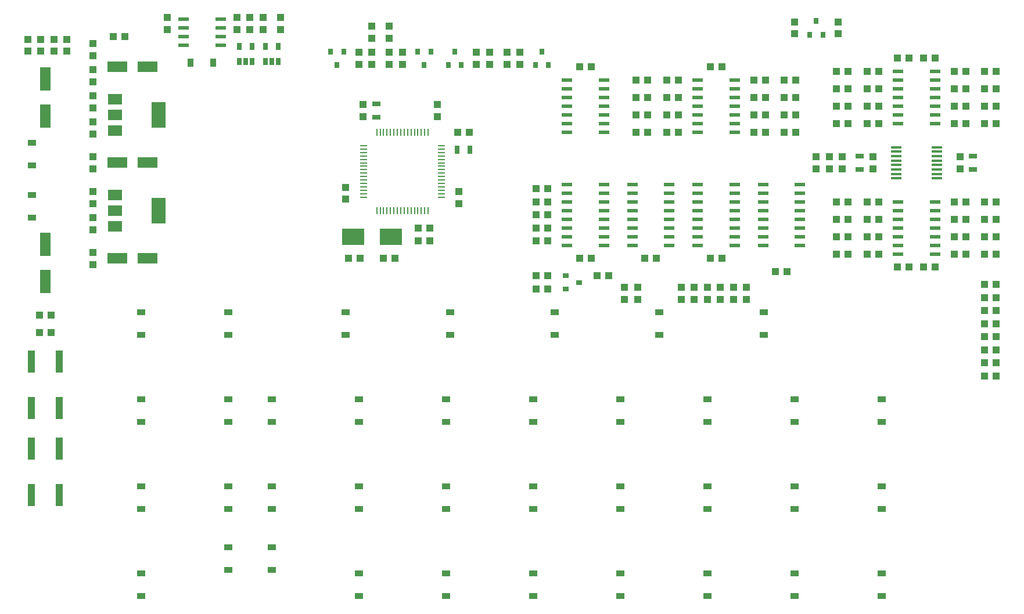
<source format=gtp>
G04 #@! TF.FileFunction,Paste,Top*
%FSLAX46Y46*%
G04 Gerber Fmt 4.6, Leading zero omitted, Abs format (unit mm)*
G04 Created by KiCad (PCBNEW 4.0.7) date 2019 January 06, Sunday 22:11:23*
%MOMM*%
%LPD*%
G01*
G04 APERTURE LIST*
%ADD10C,0.100000*%
%ADD11R,1.000000X1.000000*%
%ADD12R,0.800000X0.900000*%
%ADD13R,0.250000X1.000000*%
%ADD14R,1.000000X0.250000*%
%ADD15R,1.000000X3.200000*%
%ADD16R,1.500000X0.600000*%
%ADD17R,1.500000X0.450000*%
%ADD18R,3.000000X1.600000*%
%ADD19R,1.600000X3.500000*%
%ADD20R,2.000000X3.800000*%
%ADD21R,2.000000X1.500000*%
%ADD22R,0.650000X1.060000*%
%ADD23R,0.900000X0.800000*%
%ADD24R,1.550000X0.600000*%
%ADD25R,3.325000X2.400000*%
%ADD26R,1.300000X0.700000*%
%ADD27R,0.700000X1.300000*%
%ADD28R,1.200000X0.900000*%
%ADD29R,0.900000X1.200000*%
G04 APERTURE END LIST*
D10*
D11*
X165735000Y-93765000D03*
X165735000Y-95465000D03*
D12*
X152720000Y-61325000D03*
X154620000Y-61325000D03*
X153670000Y-59325000D03*
X137475000Y-59325000D03*
X135575000Y-59325000D03*
X136525000Y-61325000D03*
X140020000Y-61325000D03*
X141920000Y-61325000D03*
X140970000Y-59325000D03*
X124775000Y-59325000D03*
X122875000Y-59325000D03*
X123825000Y-61325000D03*
D13*
X129600000Y-82520000D03*
X130100000Y-82520000D03*
X130600000Y-82520000D03*
X131100000Y-82520000D03*
X131600000Y-82520000D03*
X132100000Y-82520000D03*
X132600000Y-82520000D03*
X133100000Y-82520000D03*
X133600000Y-82520000D03*
X134100000Y-82520000D03*
X134600000Y-82520000D03*
X135100000Y-82520000D03*
X135600000Y-82520000D03*
X136100000Y-82520000D03*
X136600000Y-82520000D03*
X137100000Y-82520000D03*
D14*
X139050000Y-80570000D03*
X139050000Y-80070000D03*
X139050000Y-79570000D03*
X139050000Y-79070000D03*
X139050000Y-78570000D03*
X139050000Y-78070000D03*
X139050000Y-77570000D03*
X139050000Y-77070000D03*
X139050000Y-76570000D03*
X139050000Y-76070000D03*
X139050000Y-75570000D03*
X139050000Y-75070000D03*
X139050000Y-74570000D03*
X139050000Y-74070000D03*
X139050000Y-73570000D03*
X139050000Y-73070000D03*
D13*
X137100000Y-71120000D03*
X136600000Y-71120000D03*
X136100000Y-71120000D03*
X135600000Y-71120000D03*
X135100000Y-71120000D03*
X134600000Y-71120000D03*
X134100000Y-71120000D03*
X133600000Y-71120000D03*
X133100000Y-71120000D03*
X132600000Y-71120000D03*
X132100000Y-71120000D03*
X131600000Y-71120000D03*
X131100000Y-71120000D03*
X130600000Y-71120000D03*
X130100000Y-71120000D03*
X129600000Y-71120000D03*
D14*
X127650000Y-73070000D03*
X127650000Y-73570000D03*
X127650000Y-74070000D03*
X127650000Y-74570000D03*
X127650000Y-75070000D03*
X127650000Y-75570000D03*
X127650000Y-76070000D03*
X127650000Y-76570000D03*
X127650000Y-77070000D03*
X127650000Y-77570000D03*
X127650000Y-78070000D03*
X127650000Y-78570000D03*
X127650000Y-79070000D03*
X127650000Y-79570000D03*
X127650000Y-80070000D03*
X127650000Y-80570000D03*
D15*
X83280000Y-124050000D03*
X83280000Y-117250000D03*
X79280000Y-117250000D03*
X79280000Y-124050000D03*
X79280000Y-104550000D03*
X79280000Y-111350000D03*
X83280000Y-111350000D03*
X83280000Y-104550000D03*
D16*
X181770000Y-71120000D03*
X181770000Y-69850000D03*
X181770000Y-68580000D03*
X181770000Y-67310000D03*
X181770000Y-66040000D03*
X181770000Y-64770000D03*
X181770000Y-63500000D03*
X176370000Y-63500000D03*
X176370000Y-64770000D03*
X176370000Y-66040000D03*
X176370000Y-67310000D03*
X176370000Y-68580000D03*
X176370000Y-69850000D03*
X176370000Y-71120000D03*
D17*
X205330000Y-73290000D03*
X205330000Y-73940000D03*
X205330000Y-74590000D03*
X205330000Y-75240000D03*
X205330000Y-75890000D03*
X205330000Y-76540000D03*
X205330000Y-77190000D03*
X205330000Y-77840000D03*
X211230000Y-77840000D03*
X211230000Y-77190000D03*
X211230000Y-76540000D03*
X211230000Y-75890000D03*
X211230000Y-75240000D03*
X211230000Y-74590000D03*
X211230000Y-73940000D03*
X211230000Y-73290000D03*
D18*
X91780000Y-75565000D03*
X96180000Y-75565000D03*
D19*
X81280000Y-68740000D03*
X81280000Y-63340000D03*
X81280000Y-92870000D03*
X81280000Y-87470000D03*
D18*
X91780000Y-89535000D03*
X96180000Y-89535000D03*
X91780000Y-61595000D03*
X96180000Y-61595000D03*
D12*
X192725000Y-56880000D03*
X194625000Y-56880000D03*
X193675000Y-54880000D03*
D20*
X97765000Y-68580000D03*
D21*
X91465000Y-68580000D03*
X91465000Y-70880000D03*
X91465000Y-66280000D03*
D20*
X97765000Y-82550000D03*
D21*
X91465000Y-82550000D03*
X91465000Y-84850000D03*
X91465000Y-80250000D03*
D22*
X113350000Y-60790000D03*
X114300000Y-60790000D03*
X115250000Y-60790000D03*
X115250000Y-58590000D03*
X113350000Y-58590000D03*
D16*
X172245000Y-87630000D03*
X172245000Y-86360000D03*
X172245000Y-85090000D03*
X172245000Y-83820000D03*
X172245000Y-82550000D03*
X172245000Y-81280000D03*
X172245000Y-80010000D03*
X172245000Y-78740000D03*
X166845000Y-78740000D03*
X166845000Y-80010000D03*
X166845000Y-81280000D03*
X166845000Y-82550000D03*
X166845000Y-83820000D03*
X166845000Y-85090000D03*
X166845000Y-86360000D03*
X166845000Y-87630000D03*
X181770000Y-87630000D03*
X181770000Y-86360000D03*
X181770000Y-85090000D03*
X181770000Y-83820000D03*
X181770000Y-82550000D03*
X181770000Y-81280000D03*
X181770000Y-80010000D03*
X181770000Y-78740000D03*
X176370000Y-78740000D03*
X176370000Y-80010000D03*
X176370000Y-81280000D03*
X176370000Y-82550000D03*
X176370000Y-83820000D03*
X176370000Y-85090000D03*
X176370000Y-86360000D03*
X176370000Y-87630000D03*
X191295000Y-87630000D03*
X191295000Y-86360000D03*
X191295000Y-85090000D03*
X191295000Y-83820000D03*
X191295000Y-82550000D03*
X191295000Y-81280000D03*
X191295000Y-80010000D03*
X191295000Y-78740000D03*
X185895000Y-78740000D03*
X185895000Y-80010000D03*
X185895000Y-81280000D03*
X185895000Y-82550000D03*
X185895000Y-83820000D03*
X185895000Y-85090000D03*
X185895000Y-86360000D03*
X185895000Y-87630000D03*
X162720000Y-87630000D03*
X162720000Y-86360000D03*
X162720000Y-85090000D03*
X162720000Y-83820000D03*
X162720000Y-82550000D03*
X162720000Y-81280000D03*
X162720000Y-80010000D03*
X162720000Y-78740000D03*
X157320000Y-78740000D03*
X157320000Y-80010000D03*
X157320000Y-81280000D03*
X157320000Y-82550000D03*
X157320000Y-83820000D03*
X157320000Y-85090000D03*
X157320000Y-86360000D03*
X157320000Y-87630000D03*
X210980000Y-69850000D03*
X210980000Y-68580000D03*
X210980000Y-67310000D03*
X210980000Y-66040000D03*
X210980000Y-64770000D03*
X210980000Y-63500000D03*
X210980000Y-62230000D03*
X205580000Y-62230000D03*
X205580000Y-63500000D03*
X205580000Y-64770000D03*
X205580000Y-66040000D03*
X205580000Y-67310000D03*
X205580000Y-68580000D03*
X205580000Y-69850000D03*
X210999434Y-88900000D03*
X210999434Y-87630000D03*
X210999434Y-86360000D03*
X210999434Y-85090000D03*
X210999434Y-83820000D03*
X210999434Y-82550000D03*
X210999434Y-81280000D03*
X205599434Y-81280000D03*
X205599434Y-82550000D03*
X205599434Y-83820000D03*
X205599434Y-85090000D03*
X205599434Y-86360000D03*
X205599434Y-87630000D03*
X205599434Y-88900000D03*
X157320000Y-63500000D03*
X157320000Y-64770000D03*
X157320000Y-66040000D03*
X157320000Y-67310000D03*
X157320000Y-68580000D03*
X157320000Y-69850000D03*
X157320000Y-71120000D03*
X162720000Y-71120000D03*
X162720000Y-69850000D03*
X162720000Y-68580000D03*
X162720000Y-67310000D03*
X162720000Y-66040000D03*
X162720000Y-64770000D03*
X162720000Y-63500000D03*
D23*
X157115000Y-92075000D03*
X157115000Y-93975000D03*
X159115000Y-93025000D03*
D22*
X109540000Y-60790000D03*
X110490000Y-60790000D03*
X111440000Y-60790000D03*
X111440000Y-58590000D03*
X109540000Y-58590000D03*
D24*
X101440000Y-54610000D03*
X101440000Y-55880000D03*
X101440000Y-57150000D03*
X101440000Y-58420000D03*
X106840000Y-58420000D03*
X106840000Y-57150000D03*
X106840000Y-55880000D03*
X106840000Y-54610000D03*
D25*
X131667500Y-86360000D03*
X126142500Y-86360000D03*
D11*
X148590000Y-61175000D03*
X148590000Y-59475000D03*
X133350000Y-59475000D03*
X133350000Y-61175000D03*
X150495000Y-59475000D03*
X150495000Y-61175000D03*
X131445000Y-57365000D03*
X131445000Y-55665000D03*
X146050000Y-61175000D03*
X146050000Y-59475000D03*
X127000000Y-59475000D03*
X127000000Y-61175000D03*
X144145000Y-59475000D03*
X144145000Y-61175000D03*
X128905000Y-57365000D03*
X128905000Y-55665000D03*
X218225000Y-106680000D03*
X219925000Y-106680000D03*
X218225000Y-104775000D03*
X219925000Y-104775000D03*
X218225000Y-102870000D03*
X219925000Y-102870000D03*
X218225000Y-100965000D03*
X219925000Y-100965000D03*
X218225000Y-99060000D03*
X219925000Y-99060000D03*
X218225000Y-97155000D03*
X219925000Y-97155000D03*
X218225000Y-95250000D03*
X219925000Y-95250000D03*
X218225000Y-93345000D03*
X219925000Y-93345000D03*
X82130000Y-100330000D03*
X80430000Y-100330000D03*
X80430000Y-97790000D03*
X82130000Y-97790000D03*
X186270000Y-68580000D03*
X184570000Y-68580000D03*
X186270000Y-66040000D03*
X184570000Y-66040000D03*
X190715000Y-68580000D03*
X189015000Y-68580000D03*
X190715000Y-66040000D03*
X189015000Y-66040000D03*
X190715000Y-71120000D03*
X189015000Y-71120000D03*
X190715000Y-63500000D03*
X189015000Y-63500000D03*
X171870000Y-66040000D03*
X173570000Y-66040000D03*
X171870000Y-68580000D03*
X173570000Y-68580000D03*
X167425000Y-66040000D03*
X169125000Y-66040000D03*
X167425000Y-68580000D03*
X169125000Y-68580000D03*
X167425000Y-63500000D03*
X169125000Y-63500000D03*
X167425000Y-71120000D03*
X169125000Y-71120000D03*
X109220000Y-56095000D03*
X109220000Y-54395000D03*
X99060000Y-54395000D03*
X99060000Y-56095000D03*
X113030000Y-54395000D03*
X113030000Y-56095000D03*
X111125000Y-54395000D03*
X111125000Y-56095000D03*
X88265000Y-76415000D03*
X88265000Y-74715000D03*
X88265000Y-90385000D03*
X88265000Y-88685000D03*
X196850000Y-56730000D03*
X196850000Y-55030000D03*
X115570000Y-54395000D03*
X115570000Y-56095000D03*
X213780000Y-62230000D03*
X215480000Y-62230000D03*
X213780000Y-69850000D03*
X215480000Y-69850000D03*
X202780000Y-62230000D03*
X201080000Y-62230000D03*
X202780000Y-69850000D03*
X201080000Y-69850000D03*
X218225000Y-69850000D03*
X219925000Y-69850000D03*
X213780000Y-67310000D03*
X215480000Y-67310000D03*
X218225000Y-62230000D03*
X219925000Y-62230000D03*
X213780000Y-64770000D03*
X215480000Y-64770000D03*
X198335000Y-62230000D03*
X196635000Y-62230000D03*
X202780000Y-64770000D03*
X201080000Y-64770000D03*
X198335000Y-69850000D03*
X196635000Y-69850000D03*
X202780000Y-67310000D03*
X201080000Y-67310000D03*
X213799434Y-88900000D03*
X215499434Y-88900000D03*
X213799434Y-81280000D03*
X215499434Y-81280000D03*
X202780000Y-81280000D03*
X201080000Y-81280000D03*
X202780000Y-88900000D03*
X201080000Y-88900000D03*
X218225000Y-88900000D03*
X219925000Y-88900000D03*
X213780000Y-86360000D03*
X215480000Y-86360000D03*
X218225000Y-81280000D03*
X219925000Y-81280000D03*
X213780000Y-83820000D03*
X215480000Y-83820000D03*
X198335000Y-81280000D03*
X196635000Y-81280000D03*
X202799434Y-83820000D03*
X201099434Y-83820000D03*
X198335000Y-88900000D03*
X196635000Y-88900000D03*
X202780000Y-86360000D03*
X201080000Y-86360000D03*
X154520000Y-81280000D03*
X152820000Y-81280000D03*
X154520000Y-83185000D03*
X152820000Y-83185000D03*
X154520000Y-85090000D03*
X152820000Y-85090000D03*
X154520000Y-86995000D03*
X152820000Y-86995000D03*
X154520000Y-79375000D03*
X152820000Y-79375000D03*
X183515000Y-93765000D03*
X183515000Y-95465000D03*
X181610000Y-93765000D03*
X181610000Y-95465000D03*
X179705000Y-93765000D03*
X179705000Y-95465000D03*
X177800000Y-93765000D03*
X177800000Y-95465000D03*
X175895000Y-93765000D03*
X175895000Y-95465000D03*
X173990000Y-93765000D03*
X173990000Y-95465000D03*
X167640000Y-93765000D03*
X167640000Y-95465000D03*
X195580000Y-74715000D03*
X195580000Y-76415000D03*
X193675000Y-76415000D03*
X193675000Y-74715000D03*
X78740000Y-59270000D03*
X78740000Y-57570000D03*
X80645000Y-59270000D03*
X80645000Y-57570000D03*
X82550000Y-59270000D03*
X82550000Y-57570000D03*
X84455000Y-59270000D03*
X84455000Y-57570000D03*
X161710000Y-92075000D03*
X163410000Y-92075000D03*
X91225000Y-57150000D03*
X92925000Y-57150000D03*
X152820000Y-92075000D03*
X154520000Y-92075000D03*
X152820000Y-93980000D03*
X154520000Y-93980000D03*
X138430000Y-67095000D03*
X138430000Y-68795000D03*
X130595000Y-89535000D03*
X132295000Y-89535000D03*
X127215000Y-89535000D03*
X125515000Y-89535000D03*
X187745000Y-91440000D03*
X189445000Y-91440000D03*
X178220000Y-89535000D03*
X179920000Y-89535000D03*
X168695000Y-89535000D03*
X170395000Y-89535000D03*
X159170000Y-89535000D03*
X160870000Y-89535000D03*
X159170000Y-61595000D03*
X160870000Y-61595000D03*
X184570000Y-71120000D03*
X186270000Y-71120000D03*
X184570000Y-63500000D03*
X186270000Y-63500000D03*
X173570000Y-63500000D03*
X171870000Y-63500000D03*
X173570000Y-71120000D03*
X171870000Y-71120000D03*
X178220000Y-61595000D03*
X179920000Y-61595000D03*
X88265000Y-71335000D03*
X88265000Y-69635000D03*
X88265000Y-67525000D03*
X88265000Y-65825000D03*
X88265000Y-85305000D03*
X88265000Y-83605000D03*
X88265000Y-81495000D03*
X88265000Y-79795000D03*
X190500000Y-56730000D03*
X190500000Y-55030000D03*
X88265000Y-63715000D03*
X88265000Y-62015000D03*
X88265000Y-59905000D03*
X88265000Y-58205000D03*
X125095000Y-80860000D03*
X125095000Y-79160000D03*
X141605000Y-79795000D03*
X141605000Y-81495000D03*
X141390000Y-71120000D03*
X143090000Y-71120000D03*
X127635000Y-68795000D03*
X127635000Y-67095000D03*
X137375000Y-86995000D03*
X135675000Y-86995000D03*
X137375000Y-85090000D03*
X135675000Y-85090000D03*
X218225000Y-67310000D03*
X219925000Y-67310000D03*
X218225000Y-64770000D03*
X219925000Y-64770000D03*
X198335000Y-64770000D03*
X196635000Y-64770000D03*
X198335000Y-67310000D03*
X196635000Y-67310000D03*
X218225000Y-86360000D03*
X219925000Y-86360000D03*
X218225000Y-83820000D03*
X219925000Y-83820000D03*
X198335000Y-83820000D03*
X196635000Y-83820000D03*
X198335000Y-86360000D03*
X196635000Y-86360000D03*
X209335000Y-60325000D03*
X211035000Y-60325000D03*
X209335000Y-90805000D03*
X211035000Y-90805000D03*
X205525000Y-60325000D03*
X207225000Y-60325000D03*
X205525000Y-90805000D03*
X207225000Y-90805000D03*
X201930000Y-76415000D03*
X201930000Y-74715000D03*
X214630000Y-76415000D03*
X214630000Y-74715000D03*
X197485000Y-74715000D03*
X197485000Y-76415000D03*
D26*
X216535000Y-76515000D03*
X216535000Y-74615000D03*
X200025000Y-76515000D03*
X200025000Y-74615000D03*
D27*
X143190000Y-73660000D03*
X141290000Y-73660000D03*
D26*
X129540000Y-66995000D03*
X129540000Y-68895000D03*
D28*
X79375000Y-83565000D03*
X79375000Y-80265000D03*
X79375000Y-75945000D03*
X79375000Y-72645000D03*
D29*
X102490000Y-60960000D03*
X105790000Y-60960000D03*
D28*
X125095000Y-97410000D03*
X125095000Y-100710000D03*
X140335000Y-97410000D03*
X140335000Y-100710000D03*
X155575000Y-97410000D03*
X155575000Y-100710000D03*
X170815000Y-97410000D03*
X170815000Y-100710000D03*
X186055000Y-97410000D03*
X186055000Y-100710000D03*
X95250000Y-97410000D03*
X95250000Y-100710000D03*
X107950000Y-97410000D03*
X107950000Y-100710000D03*
X95250000Y-110110000D03*
X95250000Y-113410000D03*
X107950000Y-110110000D03*
X107950000Y-113410000D03*
X95250000Y-122810000D03*
X95250000Y-126110000D03*
X107950000Y-122810000D03*
X107950000Y-126110000D03*
X95250000Y-135510000D03*
X95250000Y-138810000D03*
X107950000Y-131700000D03*
X107950000Y-135000000D03*
X114300000Y-110110000D03*
X114300000Y-113410000D03*
X127000000Y-110110000D03*
X127000000Y-113410000D03*
X139700000Y-110110000D03*
X139700000Y-113410000D03*
X152400000Y-110110000D03*
X152400000Y-113410000D03*
X165100000Y-110110000D03*
X165100000Y-113410000D03*
X177800000Y-110110000D03*
X177800000Y-113410000D03*
X190500000Y-110110000D03*
X190500000Y-113410000D03*
X203200000Y-110110000D03*
X203200000Y-113410000D03*
X114300000Y-122810000D03*
X114300000Y-126110000D03*
X127000000Y-122810000D03*
X127000000Y-126110000D03*
X139700000Y-122810000D03*
X139700000Y-126110000D03*
X152400000Y-122810000D03*
X152400000Y-126110000D03*
X165100000Y-122810000D03*
X165100000Y-126110000D03*
X177800000Y-122810000D03*
X177800000Y-126110000D03*
X190500000Y-122810000D03*
X190500000Y-126110000D03*
X203200000Y-122810000D03*
X203200000Y-126110000D03*
X114300000Y-131700000D03*
X114300000Y-135000000D03*
X127000000Y-135510000D03*
X127000000Y-138810000D03*
X139700000Y-135510000D03*
X139700000Y-138810000D03*
X152400000Y-135510000D03*
X152400000Y-138810000D03*
X165100000Y-135510000D03*
X165100000Y-138810000D03*
X177800000Y-135510000D03*
X177800000Y-138810000D03*
X190500000Y-135510000D03*
X190500000Y-138810000D03*
X203200000Y-135510000D03*
X203200000Y-138810000D03*
D11*
X128905000Y-59475000D03*
X128905000Y-61175000D03*
X131445000Y-59475000D03*
X131445000Y-61175000D03*
M02*

</source>
